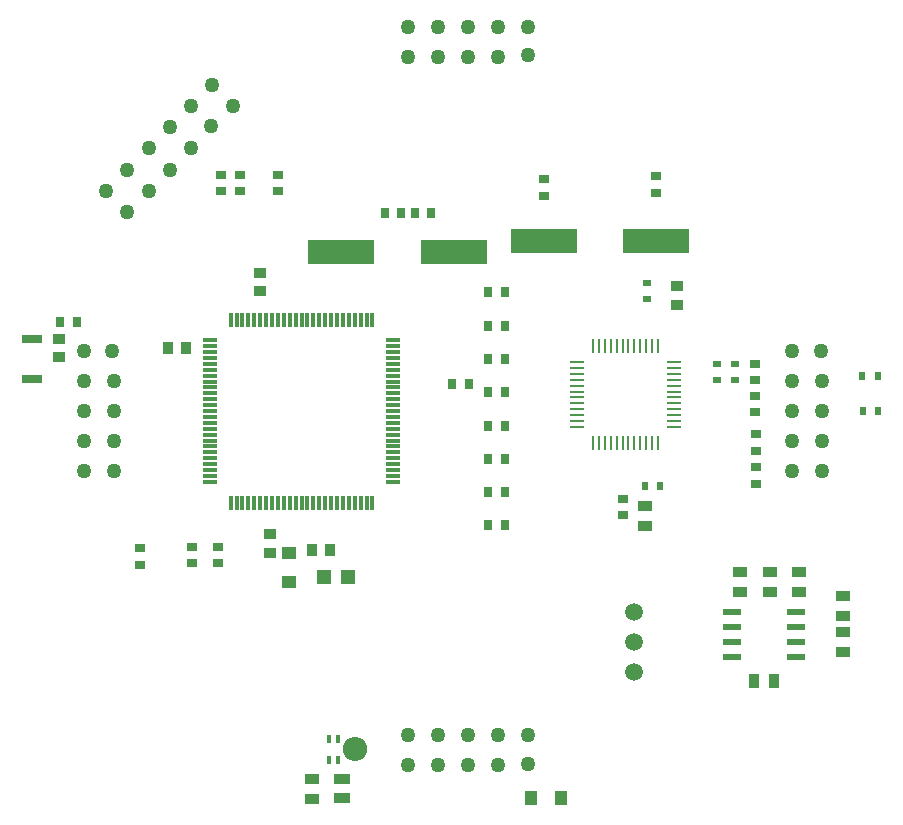
<source format=gbr>
%TF.GenerationSoftware,Altium Limited,Altium Designer,18.1.6 (161)*%
G04 Layer_Color=255*
%FSLAX25Y25*%
%MOIN*%
%TF.FileFunction,Pads,Top*%
%TF.Part,Single*%
G01*
G75*
%TA.AperFunction,SMDPad,CuDef*%
%ADD12R,0.02756X0.03543*%
%ADD13R,0.05118X0.03347*%
%ADD14R,0.01772X0.02953*%
%ADD15R,0.05315X0.03740*%
%ADD16R,0.03150X0.02362*%
%ADD17R,0.03937X0.03543*%
%ADD18R,0.02362X0.03150*%
%ADD19R,0.04331X0.04921*%
%ADD20R,0.03543X0.03937*%
%ADD21R,0.04724X0.04724*%
%ADD22R,0.04921X0.04331*%
%ADD23R,0.03347X0.05118*%
%ADD24R,0.05984X0.02362*%
%ADD25R,0.03543X0.02756*%
%ADD26R,0.22047X0.08268*%
%ADD27R,0.01181X0.04724*%
%ADD28R,0.04724X0.01181*%
%ADD29R,0.06693X0.03150*%
G04:AMPARAMS|DCode=30|XSize=9.84mil|YSize=49.21mil|CornerRadius=1.97mil|HoleSize=0mil|Usage=FLASHONLY|Rotation=90.000|XOffset=0mil|YOffset=0mil|HoleType=Round|Shape=RoundedRectangle|*
%AMROUNDEDRECTD30*
21,1,0.00984,0.04528,0,0,90.0*
21,1,0.00591,0.04921,0,0,90.0*
1,1,0.00394,0.02264,0.00295*
1,1,0.00394,0.02264,-0.00295*
1,1,0.00394,-0.02264,-0.00295*
1,1,0.00394,-0.02264,0.00295*
%
%ADD30ROUNDEDRECTD30*%
G04:AMPARAMS|DCode=31|XSize=9.84mil|YSize=49.21mil|CornerRadius=1.97mil|HoleSize=0mil|Usage=FLASHONLY|Rotation=180.000|XOffset=0mil|YOffset=0mil|HoleType=Round|Shape=RoundedRectangle|*
%AMROUNDEDRECTD31*
21,1,0.00984,0.04528,0,0,180.0*
21,1,0.00591,0.04921,0,0,180.0*
1,1,0.00394,-0.00295,0.02264*
1,1,0.00394,0.00295,0.02264*
1,1,0.00394,0.00295,-0.02264*
1,1,0.00394,-0.00295,-0.02264*
%
%ADD31ROUNDEDRECTD31*%
%TA.AperFunction,ComponentPad*%
%ADD35C,0.05000*%
%ADD36C,0.05906*%
%ADD37O,0.08110X0.08110*%
D12*
X184634Y344500D02*
D03*
X179122D02*
D03*
X315256Y324000D02*
D03*
X309744D02*
D03*
X327256Y276839D02*
D03*
X321744D02*
D03*
X327256Y287933D02*
D03*
X321744D02*
D03*
X327256Y299027D02*
D03*
X321744D02*
D03*
X327256Y310122D02*
D03*
X321744D02*
D03*
X327256Y321217D02*
D03*
X321744D02*
D03*
X327256Y332311D02*
D03*
X321744D02*
D03*
X327256Y354500D02*
D03*
X321744D02*
D03*
X327256Y343406D02*
D03*
X321744D02*
D03*
X297244Y381000D02*
D03*
X302756D02*
D03*
X292768Y381000D02*
D03*
X287256D02*
D03*
D13*
X374108Y276654D02*
D03*
Y283347D02*
D03*
X263000Y185653D02*
D03*
Y192347D02*
D03*
X440000Y246654D02*
D03*
Y253346D02*
D03*
Y234653D02*
D03*
Y241347D02*
D03*
X405500Y261346D02*
D03*
Y254654D02*
D03*
X425251Y261347D02*
D03*
Y254654D02*
D03*
X415500Y261347D02*
D03*
Y254654D02*
D03*
D14*
X271500Y205500D02*
D03*
X268744D02*
D03*
Y198807D02*
D03*
X271500D02*
D03*
D15*
X273000Y186000D02*
D03*
Y192299D02*
D03*
D16*
X374500Y357559D02*
D03*
Y352441D02*
D03*
X404000Y325441D02*
D03*
Y330559D02*
D03*
X398000Y325441D02*
D03*
Y330559D02*
D03*
D17*
X384500Y350350D02*
D03*
Y356650D02*
D03*
X249000Y274000D02*
D03*
Y267701D02*
D03*
X178500Y332850D02*
D03*
Y339150D02*
D03*
X245500Y361150D02*
D03*
Y354850D02*
D03*
D18*
X451559Y326772D02*
D03*
X446441D02*
D03*
X451618Y314961D02*
D03*
X446500D02*
D03*
X373941Y290000D02*
D03*
X379059D02*
D03*
D19*
X336079Y186000D02*
D03*
X345921D02*
D03*
D20*
X262850Y268500D02*
D03*
X269150D02*
D03*
X214850Y336000D02*
D03*
X221150D02*
D03*
D21*
X275134Y259500D02*
D03*
X266866D02*
D03*
D22*
X255429Y257831D02*
D03*
Y267673D02*
D03*
D23*
X410153Y225000D02*
D03*
X416847D02*
D03*
D24*
X424437Y233000D02*
D03*
Y238000D02*
D03*
Y243000D02*
D03*
Y248000D02*
D03*
X402862Y233000D02*
D03*
Y238000D02*
D03*
Y243000D02*
D03*
Y248000D02*
D03*
D25*
X366516Y285756D02*
D03*
Y280244D02*
D03*
X205500Y263744D02*
D03*
Y269256D02*
D03*
X239000Y393756D02*
D03*
Y388244D02*
D03*
X251626Y393756D02*
D03*
Y388244D02*
D03*
X231500Y269756D02*
D03*
Y264244D02*
D03*
X223000Y269756D02*
D03*
Y264244D02*
D03*
X410500Y330756D02*
D03*
Y325244D02*
D03*
X411000Y307256D02*
D03*
Y301744D02*
D03*
X411000Y290744D02*
D03*
Y296256D02*
D03*
X410500Y314488D02*
D03*
Y320000D02*
D03*
X232500Y388244D02*
D03*
Y393756D02*
D03*
X340299Y392256D02*
D03*
Y386744D02*
D03*
X377500Y393256D02*
D03*
Y387744D02*
D03*
D26*
X310201Y368000D02*
D03*
X272799D02*
D03*
X340299Y371500D02*
D03*
X377701D02*
D03*
D27*
X283122Y345480D02*
D03*
X281153D02*
D03*
X279185D02*
D03*
X277217D02*
D03*
X275248D02*
D03*
X273280D02*
D03*
X271311D02*
D03*
X269342D02*
D03*
X267374D02*
D03*
X265406D02*
D03*
X263437D02*
D03*
X261469D02*
D03*
X259500D02*
D03*
X257531D02*
D03*
X255563D02*
D03*
X253594D02*
D03*
X251626D02*
D03*
X249658D02*
D03*
X247689D02*
D03*
X245721D02*
D03*
X243752D02*
D03*
X241783D02*
D03*
X239815D02*
D03*
X237846D02*
D03*
X235878D02*
D03*
Y284457D02*
D03*
X237846D02*
D03*
X239815D02*
D03*
X241783D02*
D03*
X243752D02*
D03*
X245721D02*
D03*
X247689D02*
D03*
X249658D02*
D03*
X251626D02*
D03*
X253594D02*
D03*
X255563D02*
D03*
X257531D02*
D03*
X259500D02*
D03*
X261469D02*
D03*
X263437D02*
D03*
X265406D02*
D03*
X267374D02*
D03*
X269342D02*
D03*
X271311D02*
D03*
X273280D02*
D03*
X275248D02*
D03*
X277217D02*
D03*
X279185D02*
D03*
X281153D02*
D03*
X283122D02*
D03*
D28*
X228988Y338591D02*
D03*
Y336622D02*
D03*
Y334653D02*
D03*
Y332685D02*
D03*
Y330716D02*
D03*
Y328748D02*
D03*
Y326780D02*
D03*
Y324811D02*
D03*
Y322843D02*
D03*
Y320874D02*
D03*
Y318905D02*
D03*
Y316937D02*
D03*
Y314968D02*
D03*
Y313000D02*
D03*
Y311032D02*
D03*
Y309063D02*
D03*
Y307095D02*
D03*
Y305126D02*
D03*
Y303157D02*
D03*
Y301189D02*
D03*
Y299220D02*
D03*
Y297252D02*
D03*
Y295284D02*
D03*
Y293315D02*
D03*
Y291347D02*
D03*
X290012D02*
D03*
Y293315D02*
D03*
Y295284D02*
D03*
Y297252D02*
D03*
Y299220D02*
D03*
Y301189D02*
D03*
Y303157D02*
D03*
Y305126D02*
D03*
Y307095D02*
D03*
Y309063D02*
D03*
Y311032D02*
D03*
Y313000D02*
D03*
Y314968D02*
D03*
Y316937D02*
D03*
Y318905D02*
D03*
Y320874D02*
D03*
Y322843D02*
D03*
Y324811D02*
D03*
Y326780D02*
D03*
Y328748D02*
D03*
Y330716D02*
D03*
Y332685D02*
D03*
Y334653D02*
D03*
Y336622D02*
D03*
Y338591D02*
D03*
D29*
X169500Y339004D02*
D03*
Y325618D02*
D03*
D30*
X351244Y309673D02*
D03*
Y311642D02*
D03*
Y313610D02*
D03*
Y315579D02*
D03*
Y317547D02*
D03*
Y319516D02*
D03*
Y321484D02*
D03*
Y323453D02*
D03*
Y325421D02*
D03*
Y327390D02*
D03*
Y329358D02*
D03*
Y331327D02*
D03*
X383724D02*
D03*
Y329358D02*
D03*
Y327390D02*
D03*
Y325421D02*
D03*
Y323453D02*
D03*
Y321484D02*
D03*
Y319516D02*
D03*
Y317547D02*
D03*
Y315579D02*
D03*
Y313610D02*
D03*
Y311642D02*
D03*
Y309673D02*
D03*
D31*
X356658Y336740D02*
D03*
X358626D02*
D03*
X360595D02*
D03*
X362563D02*
D03*
X364531D02*
D03*
X366500D02*
D03*
X368468D02*
D03*
X370437D02*
D03*
X372406D02*
D03*
X374374D02*
D03*
X376343D02*
D03*
X378311D02*
D03*
Y304260D02*
D03*
X376343D02*
D03*
X374374D02*
D03*
X372406D02*
D03*
X370437D02*
D03*
X368468D02*
D03*
X366500D02*
D03*
X364531D02*
D03*
X362563D02*
D03*
X360595D02*
D03*
X358626D02*
D03*
X356658D02*
D03*
D35*
X196850Y294961D02*
D03*
Y304961D02*
D03*
Y314961D02*
D03*
Y324961D02*
D03*
X196350Y334961D02*
D03*
X186850D02*
D03*
Y324961D02*
D03*
Y314961D02*
D03*
Y304961D02*
D03*
Y294961D02*
D03*
X423071D02*
D03*
Y304961D02*
D03*
Y314961D02*
D03*
Y324961D02*
D03*
Y334961D02*
D03*
X432571D02*
D03*
X433071Y324961D02*
D03*
Y314961D02*
D03*
Y304961D02*
D03*
Y294961D02*
D03*
X229713Y423713D02*
D03*
X236784Y416642D02*
D03*
X201429Y381287D02*
D03*
X208500Y388358D02*
D03*
X215571Y395429D02*
D03*
X222642Y402500D02*
D03*
X229360Y409925D02*
D03*
X222642Y416642D02*
D03*
X215571Y409571D02*
D03*
X208500Y402500D02*
D03*
X201429Y395429D02*
D03*
X194358Y388358D02*
D03*
X294961Y433071D02*
D03*
X304961D02*
D03*
X314961D02*
D03*
X324961D02*
D03*
X334961Y433571D02*
D03*
Y443071D02*
D03*
X324961D02*
D03*
X314961D02*
D03*
X304961D02*
D03*
X294961D02*
D03*
Y196850D02*
D03*
X304961D02*
D03*
X314961D02*
D03*
X324961D02*
D03*
X334961Y197350D02*
D03*
Y206850D02*
D03*
X324961D02*
D03*
X314961D02*
D03*
X304961D02*
D03*
X294961D02*
D03*
D36*
X370437Y228000D02*
D03*
Y238000D02*
D03*
Y248000D02*
D03*
D37*
X277327Y202153D02*
D03*
%TF.MD5,a6c91a1147968d8cc2613c6742d0071d*%
M02*

</source>
